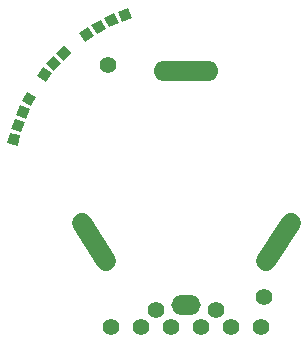
<source format=gbs>
G04 #@! TF.FileFunction,Soldermask,Bot*
%FSLAX46Y46*%
G04 Gerber Fmt 4.6, Leading zero omitted, Abs format (unit mm)*
G04 Created by KiCad (PCBNEW 0.201503110816+5502~22~ubuntu14.04.1-product) date ថ្ងៃ​អាទិត្យ ថ្ងៃ 29 ខែ មិនា ឆ្នាំ  2015, 13 ម៉ោង m នាទី 44 វិនាទី​*
%MOMM*%
G01*
G04 APERTURE LIST*
%ADD10C,0.020000*%
%ADD11C,1.700000*%
%ADD12O,5.500000X1.700000*%
%ADD13O,2.500000X1.700000*%
%ADD14C,1.400000*%
G04 APERTURE END LIST*
D10*
D11*
X100845913Y-99563789D02*
X98754087Y-102736211D01*
D12*
X92000000Y-86650000D03*
D11*
X85243143Y-102738034D02*
X83156857Y-99561966D01*
D13*
X92000000Y-106500000D03*
D14*
X85650000Y-108320000D03*
X90730000Y-108320000D03*
X88190000Y-108320000D03*
X93270000Y-108320000D03*
X85400000Y-86200000D03*
X98600000Y-105800000D03*
X98350000Y-108320000D03*
X95820000Y-108320000D03*
X89460000Y-106920000D03*
X94550000Y-106920000D03*
D10*
G36*
X82266299Y-85171107D02*
X81618893Y-85796299D01*
X80993701Y-85148893D01*
X81641107Y-84523701D01*
X82266299Y-85171107D01*
X82266299Y-85171107D01*
G37*
G36*
X87386771Y-82198953D02*
X86541047Y-82506771D01*
X86233229Y-81661047D01*
X87078953Y-81353229D01*
X87386771Y-82198953D01*
X87386771Y-82198953D01*
G37*
G36*
X86278017Y-82607660D02*
X85462340Y-82988017D01*
X85081983Y-82172340D01*
X85897660Y-81791983D01*
X86278017Y-82607660D01*
X86278017Y-82607660D01*
G37*
G36*
X85214711Y-83114711D02*
X84435289Y-83564711D01*
X83985289Y-82785289D01*
X84764711Y-82335289D01*
X85214711Y-83114711D01*
X85214711Y-83114711D01*
G37*
G36*
X80638561Y-86880446D02*
X80109554Y-87608561D01*
X79381439Y-87079554D01*
X79910446Y-86351439D01*
X80638561Y-86880446D01*
X80638561Y-86880446D01*
G37*
G36*
X81415524Y-85996694D02*
X80813306Y-86665524D01*
X80144476Y-86063306D01*
X80746694Y-85394476D01*
X81415524Y-85996694D01*
X81415524Y-85996694D01*
G37*
G36*
X84196728Y-83710509D02*
X83459491Y-84226728D01*
X82943272Y-83489491D01*
X83680509Y-82973272D01*
X84196728Y-83710509D01*
X84196728Y-83710509D01*
G37*
G36*
X78331989Y-91021022D02*
X78038978Y-91871989D01*
X77188011Y-91578978D01*
X77481022Y-90728011D01*
X78331989Y-91021022D01*
X78331989Y-91021022D01*
G37*
G36*
X78791706Y-89935727D02*
X78434273Y-90761706D01*
X77608294Y-90404273D01*
X77965727Y-89578294D01*
X78791706Y-89935727D01*
X78791706Y-89935727D01*
G37*
G36*
X79318589Y-88873936D02*
X78896064Y-89668589D01*
X78101411Y-89246064D01*
X78523936Y-88451411D01*
X79318589Y-88873936D01*
X79318589Y-88873936D01*
G37*
G36*
X77965498Y-92142232D02*
X77747768Y-93015498D01*
X76874502Y-92797768D01*
X77092232Y-91924502D01*
X77965498Y-92142232D01*
X77965498Y-92142232D01*
G37*
M02*

</source>
